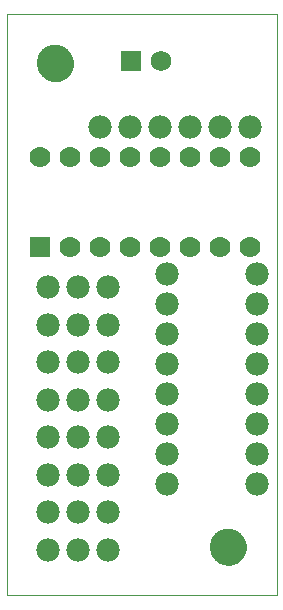
<source format=gts>
G75*
%MOIN*%
%OFA0B0*%
%FSLAX25Y25*%
%IPPOS*%
%LPD*%
%AMOC8*
5,1,8,0,0,1.08239X$1,22.5*
%
%ADD10C,0.00100*%
%ADD11R,0.07000X0.07000*%
%ADD12C,0.07000*%
%ADD13R,0.06900X0.06900*%
%ADD14C,0.06900*%
%ADD15C,0.07800*%
%ADD16C,0.00000*%
%ADD17C,0.12211*%
D10*
X0001050Y0001900D02*
X0001050Y0195601D01*
X0090971Y0195601D01*
X0090971Y0001900D01*
X0001050Y0001900D01*
D11*
X0012100Y0118139D03*
D12*
X0022100Y0118139D03*
X0032100Y0118139D03*
X0042100Y0118139D03*
X0052100Y0118139D03*
X0062100Y0118139D03*
X0072100Y0118139D03*
X0082100Y0118139D03*
X0082100Y0148139D03*
X0072100Y0148139D03*
X0062100Y0148139D03*
X0052100Y0148139D03*
X0042100Y0148139D03*
X0032100Y0148139D03*
X0022100Y0148139D03*
X0012100Y0148139D03*
D13*
X0042274Y0180025D03*
D14*
X0052274Y0180025D03*
D15*
X0052049Y0157978D03*
X0042049Y0157978D03*
X0032049Y0157978D03*
X0054370Y0108979D03*
X0054370Y0098979D03*
X0054370Y0088979D03*
X0054370Y0078979D03*
X0054370Y0068979D03*
X0054370Y0058979D03*
X0054370Y0048979D03*
X0054370Y0038979D03*
X0034826Y0042132D03*
X0034826Y0054632D03*
X0034826Y0067132D03*
X0034826Y0079632D03*
X0034826Y0092132D03*
X0034826Y0104632D03*
X0024826Y0104632D03*
X0024826Y0092132D03*
X0024826Y0079632D03*
X0024826Y0067132D03*
X0024826Y0054632D03*
X0024826Y0042132D03*
X0024826Y0029632D03*
X0024826Y0017132D03*
X0034826Y0017132D03*
X0034826Y0029632D03*
X0014826Y0029632D03*
X0014826Y0042132D03*
X0014826Y0054632D03*
X0014826Y0067132D03*
X0014826Y0079632D03*
X0014826Y0092132D03*
X0014826Y0104632D03*
X0014826Y0017132D03*
X0062049Y0157978D03*
X0072049Y0157978D03*
X0082049Y0157978D03*
X0084370Y0108979D03*
X0084370Y0098979D03*
X0084370Y0088979D03*
X0084370Y0078979D03*
X0084370Y0068979D03*
X0084370Y0058979D03*
X0084370Y0048979D03*
X0084370Y0038979D03*
D16*
X0068868Y0018000D02*
X0068870Y0018153D01*
X0068876Y0018307D01*
X0068886Y0018460D01*
X0068900Y0018612D01*
X0068918Y0018765D01*
X0068940Y0018916D01*
X0068965Y0019067D01*
X0068995Y0019218D01*
X0069029Y0019368D01*
X0069066Y0019516D01*
X0069107Y0019664D01*
X0069152Y0019810D01*
X0069201Y0019956D01*
X0069254Y0020100D01*
X0069310Y0020242D01*
X0069370Y0020383D01*
X0069434Y0020523D01*
X0069501Y0020661D01*
X0069572Y0020797D01*
X0069647Y0020931D01*
X0069724Y0021063D01*
X0069806Y0021193D01*
X0069890Y0021321D01*
X0069978Y0021447D01*
X0070069Y0021570D01*
X0070163Y0021691D01*
X0070261Y0021809D01*
X0070361Y0021925D01*
X0070465Y0022038D01*
X0070571Y0022149D01*
X0070680Y0022257D01*
X0070792Y0022362D01*
X0070906Y0022463D01*
X0071024Y0022562D01*
X0071143Y0022658D01*
X0071265Y0022751D01*
X0071390Y0022840D01*
X0071517Y0022927D01*
X0071646Y0023009D01*
X0071777Y0023089D01*
X0071910Y0023165D01*
X0072045Y0023238D01*
X0072182Y0023307D01*
X0072321Y0023372D01*
X0072461Y0023434D01*
X0072603Y0023492D01*
X0072746Y0023547D01*
X0072891Y0023598D01*
X0073037Y0023645D01*
X0073184Y0023688D01*
X0073332Y0023727D01*
X0073481Y0023763D01*
X0073631Y0023794D01*
X0073782Y0023822D01*
X0073933Y0023846D01*
X0074086Y0023866D01*
X0074238Y0023882D01*
X0074391Y0023894D01*
X0074544Y0023902D01*
X0074697Y0023906D01*
X0074851Y0023906D01*
X0075004Y0023902D01*
X0075157Y0023894D01*
X0075310Y0023882D01*
X0075462Y0023866D01*
X0075615Y0023846D01*
X0075766Y0023822D01*
X0075917Y0023794D01*
X0076067Y0023763D01*
X0076216Y0023727D01*
X0076364Y0023688D01*
X0076511Y0023645D01*
X0076657Y0023598D01*
X0076802Y0023547D01*
X0076945Y0023492D01*
X0077087Y0023434D01*
X0077227Y0023372D01*
X0077366Y0023307D01*
X0077503Y0023238D01*
X0077638Y0023165D01*
X0077771Y0023089D01*
X0077902Y0023009D01*
X0078031Y0022927D01*
X0078158Y0022840D01*
X0078283Y0022751D01*
X0078405Y0022658D01*
X0078524Y0022562D01*
X0078642Y0022463D01*
X0078756Y0022362D01*
X0078868Y0022257D01*
X0078977Y0022149D01*
X0079083Y0022038D01*
X0079187Y0021925D01*
X0079287Y0021809D01*
X0079385Y0021691D01*
X0079479Y0021570D01*
X0079570Y0021447D01*
X0079658Y0021321D01*
X0079742Y0021193D01*
X0079824Y0021063D01*
X0079901Y0020931D01*
X0079976Y0020797D01*
X0080047Y0020661D01*
X0080114Y0020523D01*
X0080178Y0020383D01*
X0080238Y0020242D01*
X0080294Y0020100D01*
X0080347Y0019956D01*
X0080396Y0019810D01*
X0080441Y0019664D01*
X0080482Y0019516D01*
X0080519Y0019368D01*
X0080553Y0019218D01*
X0080583Y0019067D01*
X0080608Y0018916D01*
X0080630Y0018765D01*
X0080648Y0018612D01*
X0080662Y0018460D01*
X0080672Y0018307D01*
X0080678Y0018153D01*
X0080680Y0018000D01*
X0080678Y0017847D01*
X0080672Y0017693D01*
X0080662Y0017540D01*
X0080648Y0017388D01*
X0080630Y0017235D01*
X0080608Y0017084D01*
X0080583Y0016933D01*
X0080553Y0016782D01*
X0080519Y0016632D01*
X0080482Y0016484D01*
X0080441Y0016336D01*
X0080396Y0016190D01*
X0080347Y0016044D01*
X0080294Y0015900D01*
X0080238Y0015758D01*
X0080178Y0015617D01*
X0080114Y0015477D01*
X0080047Y0015339D01*
X0079976Y0015203D01*
X0079901Y0015069D01*
X0079824Y0014937D01*
X0079742Y0014807D01*
X0079658Y0014679D01*
X0079570Y0014553D01*
X0079479Y0014430D01*
X0079385Y0014309D01*
X0079287Y0014191D01*
X0079187Y0014075D01*
X0079083Y0013962D01*
X0078977Y0013851D01*
X0078868Y0013743D01*
X0078756Y0013638D01*
X0078642Y0013537D01*
X0078524Y0013438D01*
X0078405Y0013342D01*
X0078283Y0013249D01*
X0078158Y0013160D01*
X0078031Y0013073D01*
X0077902Y0012991D01*
X0077771Y0012911D01*
X0077638Y0012835D01*
X0077503Y0012762D01*
X0077366Y0012693D01*
X0077227Y0012628D01*
X0077087Y0012566D01*
X0076945Y0012508D01*
X0076802Y0012453D01*
X0076657Y0012402D01*
X0076511Y0012355D01*
X0076364Y0012312D01*
X0076216Y0012273D01*
X0076067Y0012237D01*
X0075917Y0012206D01*
X0075766Y0012178D01*
X0075615Y0012154D01*
X0075462Y0012134D01*
X0075310Y0012118D01*
X0075157Y0012106D01*
X0075004Y0012098D01*
X0074851Y0012094D01*
X0074697Y0012094D01*
X0074544Y0012098D01*
X0074391Y0012106D01*
X0074238Y0012118D01*
X0074086Y0012134D01*
X0073933Y0012154D01*
X0073782Y0012178D01*
X0073631Y0012206D01*
X0073481Y0012237D01*
X0073332Y0012273D01*
X0073184Y0012312D01*
X0073037Y0012355D01*
X0072891Y0012402D01*
X0072746Y0012453D01*
X0072603Y0012508D01*
X0072461Y0012566D01*
X0072321Y0012628D01*
X0072182Y0012693D01*
X0072045Y0012762D01*
X0071910Y0012835D01*
X0071777Y0012911D01*
X0071646Y0012991D01*
X0071517Y0013073D01*
X0071390Y0013160D01*
X0071265Y0013249D01*
X0071143Y0013342D01*
X0071024Y0013438D01*
X0070906Y0013537D01*
X0070792Y0013638D01*
X0070680Y0013743D01*
X0070571Y0013851D01*
X0070465Y0013962D01*
X0070361Y0014075D01*
X0070261Y0014191D01*
X0070163Y0014309D01*
X0070069Y0014430D01*
X0069978Y0014553D01*
X0069890Y0014679D01*
X0069806Y0014807D01*
X0069724Y0014937D01*
X0069647Y0015069D01*
X0069572Y0015203D01*
X0069501Y0015339D01*
X0069434Y0015477D01*
X0069370Y0015617D01*
X0069310Y0015758D01*
X0069254Y0015900D01*
X0069201Y0016044D01*
X0069152Y0016190D01*
X0069107Y0016336D01*
X0069066Y0016484D01*
X0069029Y0016632D01*
X0068995Y0016782D01*
X0068965Y0016933D01*
X0068940Y0017084D01*
X0068918Y0017235D01*
X0068900Y0017388D01*
X0068886Y0017540D01*
X0068876Y0017693D01*
X0068870Y0017847D01*
X0068868Y0018000D01*
X0011245Y0179225D02*
X0011247Y0179378D01*
X0011253Y0179532D01*
X0011263Y0179685D01*
X0011277Y0179837D01*
X0011295Y0179990D01*
X0011317Y0180141D01*
X0011342Y0180292D01*
X0011372Y0180443D01*
X0011406Y0180593D01*
X0011443Y0180741D01*
X0011484Y0180889D01*
X0011529Y0181035D01*
X0011578Y0181181D01*
X0011631Y0181325D01*
X0011687Y0181467D01*
X0011747Y0181608D01*
X0011811Y0181748D01*
X0011878Y0181886D01*
X0011949Y0182022D01*
X0012024Y0182156D01*
X0012101Y0182288D01*
X0012183Y0182418D01*
X0012267Y0182546D01*
X0012355Y0182672D01*
X0012446Y0182795D01*
X0012540Y0182916D01*
X0012638Y0183034D01*
X0012738Y0183150D01*
X0012842Y0183263D01*
X0012948Y0183374D01*
X0013057Y0183482D01*
X0013169Y0183587D01*
X0013283Y0183688D01*
X0013401Y0183787D01*
X0013520Y0183883D01*
X0013642Y0183976D01*
X0013767Y0184065D01*
X0013894Y0184152D01*
X0014023Y0184234D01*
X0014154Y0184314D01*
X0014287Y0184390D01*
X0014422Y0184463D01*
X0014559Y0184532D01*
X0014698Y0184597D01*
X0014838Y0184659D01*
X0014980Y0184717D01*
X0015123Y0184772D01*
X0015268Y0184823D01*
X0015414Y0184870D01*
X0015561Y0184913D01*
X0015709Y0184952D01*
X0015858Y0184988D01*
X0016008Y0185019D01*
X0016159Y0185047D01*
X0016310Y0185071D01*
X0016463Y0185091D01*
X0016615Y0185107D01*
X0016768Y0185119D01*
X0016921Y0185127D01*
X0017074Y0185131D01*
X0017228Y0185131D01*
X0017381Y0185127D01*
X0017534Y0185119D01*
X0017687Y0185107D01*
X0017839Y0185091D01*
X0017992Y0185071D01*
X0018143Y0185047D01*
X0018294Y0185019D01*
X0018444Y0184988D01*
X0018593Y0184952D01*
X0018741Y0184913D01*
X0018888Y0184870D01*
X0019034Y0184823D01*
X0019179Y0184772D01*
X0019322Y0184717D01*
X0019464Y0184659D01*
X0019604Y0184597D01*
X0019743Y0184532D01*
X0019880Y0184463D01*
X0020015Y0184390D01*
X0020148Y0184314D01*
X0020279Y0184234D01*
X0020408Y0184152D01*
X0020535Y0184065D01*
X0020660Y0183976D01*
X0020782Y0183883D01*
X0020901Y0183787D01*
X0021019Y0183688D01*
X0021133Y0183587D01*
X0021245Y0183482D01*
X0021354Y0183374D01*
X0021460Y0183263D01*
X0021564Y0183150D01*
X0021664Y0183034D01*
X0021762Y0182916D01*
X0021856Y0182795D01*
X0021947Y0182672D01*
X0022035Y0182546D01*
X0022119Y0182418D01*
X0022201Y0182288D01*
X0022278Y0182156D01*
X0022353Y0182022D01*
X0022424Y0181886D01*
X0022491Y0181748D01*
X0022555Y0181608D01*
X0022615Y0181467D01*
X0022671Y0181325D01*
X0022724Y0181181D01*
X0022773Y0181035D01*
X0022818Y0180889D01*
X0022859Y0180741D01*
X0022896Y0180593D01*
X0022930Y0180443D01*
X0022960Y0180292D01*
X0022985Y0180141D01*
X0023007Y0179990D01*
X0023025Y0179837D01*
X0023039Y0179685D01*
X0023049Y0179532D01*
X0023055Y0179378D01*
X0023057Y0179225D01*
X0023055Y0179072D01*
X0023049Y0178918D01*
X0023039Y0178765D01*
X0023025Y0178613D01*
X0023007Y0178460D01*
X0022985Y0178309D01*
X0022960Y0178158D01*
X0022930Y0178007D01*
X0022896Y0177857D01*
X0022859Y0177709D01*
X0022818Y0177561D01*
X0022773Y0177415D01*
X0022724Y0177269D01*
X0022671Y0177125D01*
X0022615Y0176983D01*
X0022555Y0176842D01*
X0022491Y0176702D01*
X0022424Y0176564D01*
X0022353Y0176428D01*
X0022278Y0176294D01*
X0022201Y0176162D01*
X0022119Y0176032D01*
X0022035Y0175904D01*
X0021947Y0175778D01*
X0021856Y0175655D01*
X0021762Y0175534D01*
X0021664Y0175416D01*
X0021564Y0175300D01*
X0021460Y0175187D01*
X0021354Y0175076D01*
X0021245Y0174968D01*
X0021133Y0174863D01*
X0021019Y0174762D01*
X0020901Y0174663D01*
X0020782Y0174567D01*
X0020660Y0174474D01*
X0020535Y0174385D01*
X0020408Y0174298D01*
X0020279Y0174216D01*
X0020148Y0174136D01*
X0020015Y0174060D01*
X0019880Y0173987D01*
X0019743Y0173918D01*
X0019604Y0173853D01*
X0019464Y0173791D01*
X0019322Y0173733D01*
X0019179Y0173678D01*
X0019034Y0173627D01*
X0018888Y0173580D01*
X0018741Y0173537D01*
X0018593Y0173498D01*
X0018444Y0173462D01*
X0018294Y0173431D01*
X0018143Y0173403D01*
X0017992Y0173379D01*
X0017839Y0173359D01*
X0017687Y0173343D01*
X0017534Y0173331D01*
X0017381Y0173323D01*
X0017228Y0173319D01*
X0017074Y0173319D01*
X0016921Y0173323D01*
X0016768Y0173331D01*
X0016615Y0173343D01*
X0016463Y0173359D01*
X0016310Y0173379D01*
X0016159Y0173403D01*
X0016008Y0173431D01*
X0015858Y0173462D01*
X0015709Y0173498D01*
X0015561Y0173537D01*
X0015414Y0173580D01*
X0015268Y0173627D01*
X0015123Y0173678D01*
X0014980Y0173733D01*
X0014838Y0173791D01*
X0014698Y0173853D01*
X0014559Y0173918D01*
X0014422Y0173987D01*
X0014287Y0174060D01*
X0014154Y0174136D01*
X0014023Y0174216D01*
X0013894Y0174298D01*
X0013767Y0174385D01*
X0013642Y0174474D01*
X0013520Y0174567D01*
X0013401Y0174663D01*
X0013283Y0174762D01*
X0013169Y0174863D01*
X0013057Y0174968D01*
X0012948Y0175076D01*
X0012842Y0175187D01*
X0012738Y0175300D01*
X0012638Y0175416D01*
X0012540Y0175534D01*
X0012446Y0175655D01*
X0012355Y0175778D01*
X0012267Y0175904D01*
X0012183Y0176032D01*
X0012101Y0176162D01*
X0012024Y0176294D01*
X0011949Y0176428D01*
X0011878Y0176564D01*
X0011811Y0176702D01*
X0011747Y0176842D01*
X0011687Y0176983D01*
X0011631Y0177125D01*
X0011578Y0177269D01*
X0011529Y0177415D01*
X0011484Y0177561D01*
X0011443Y0177709D01*
X0011406Y0177857D01*
X0011372Y0178007D01*
X0011342Y0178158D01*
X0011317Y0178309D01*
X0011295Y0178460D01*
X0011277Y0178613D01*
X0011263Y0178765D01*
X0011253Y0178918D01*
X0011247Y0179072D01*
X0011245Y0179225D01*
D17*
X0017151Y0179225D03*
X0074774Y0018000D03*
M02*

</source>
